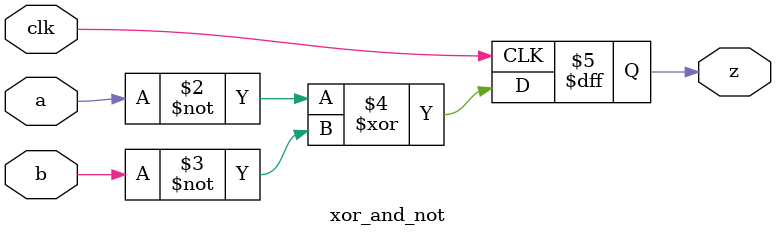
<source format=v>
/*brief: module xor and not, returns the xor of the negated inputs
*/
module xor_and_not(input clk, input a, input b, output reg z);
always @(posedge clk) begin
	z = ~a ^ ~b; //^ Operador XOR
end
endmodule

</source>
